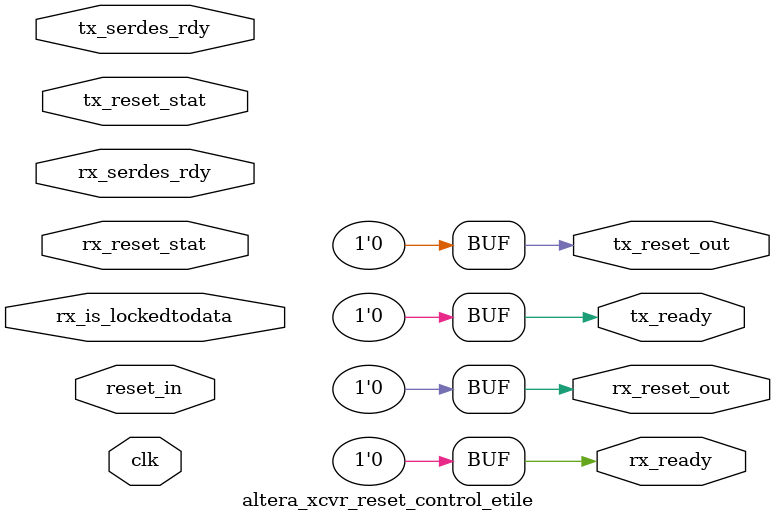
<source format=sv>




`timescale 1ns / 1ns
//`timescale 1ps / 1ps


module  altera_xcvr_reset_control_etile
#(
    // General Options
    parameter NUM_CHANNELS           = 1,		// Number of CHANNELS
    parameter SYS_CLK_IN_MHZ         = 250,		// Clock frequency in MHz. Required for reset timers
    parameter REDUCED_SIM_TIME       = 1,		// (0,1) 1=Reduced reset timings for simulation
    parameter ENABLE_IND_CHANNEL     = 0,		// (0,1) 1=Enable independent Channel resets.
    parameter ENABLE_SEQ             = 0,		// (0,1) 0=TX and RX resets are independent of each other
							//       1=Enable sequencing of TX and RX resets (TX gates RX) (Need to set to 1 for RSFEC Mode)


    // TX options
    parameter TX_ENABLE              = 0,    // (0,1) Enable TX resets
    parameter T_TX_RESET             = 20,   // tx_reset period

    // RX options
    parameter RX_ENABLE              = 0,    // (0,1) Enable RX resets
    parameter T_RX_LOCKTODATA        = 180000,   // rx_analogreset period
    parameter T_RX_RESET             = 4000 // rx_reset period

) (
  // User inputs and outputs
  input   wire    clk  ,  // System clock

  //User reset control inputs (must by synchronous with clock)
  input   wire  [NUM_CHANNELS-1:0]  reset_in, // reset request for from User

  // TX control inputs
  input   wire  [NUM_CHANNELS-1:0]  tx_serdes_rdy,        // TX SERDES calibration status (from PHY/Reconfig)

  // RX control inputs
  input   wire  [NUM_CHANNELS-1:0]  rx_is_lockedtodata, // RX CDR PLL locked-to-data status (from PHY)
  input   wire  [NUM_CHANNELS-1:0]  rx_serdes_rdy,      // RX channel calibration status (from PHY/Reconfig)

  // Status input
  input   wire  [NUM_CHANNELS-1:0]  tx_reset_stat,  // TX reset status (from Local Sequencer)
  input   wire  [NUM_CHANNELS-1:0]  rx_reset_stat,  // RX reset status (from Local Sequencer)


  // Reset signals
  output  wire  [NUM_CHANNELS-1:0]  tx_reset_out,    // reset TX (to PHY)
  output  wire  [NUM_CHANNELS-1:0]  rx_reset_out,    // reset RX (to PHY)

  // Status output
  output  wire  [NUM_CHANNELS-1:0]  tx_ready,           // TX is not in reset
  output  wire  [NUM_CHANNELS-1:0]  rx_ready            // RX is not in reset

);

// Faster reset time for simulation if indicated
localparam  SYNTH_CLK_IN_HZ = SYS_CLK_IN_MHZ * 1000000;
localparam  SIM_CLK_IN_HZ = (REDUCED_SIM_TIME == 1)
                            ? 2 * 1000000 : SYNTH_CLK_IN_HZ;
`ifdef ALTERA_RESERVED_QIS
  localparam  SYS_CLK_IN_HZ = SYNTH_CLK_IN_HZ;
`else
  localparam  SYS_CLK_IN_HZ = SIM_CLK_IN_HZ;
`endif


wire [NUM_CHANNELS-1:0]  reset_sync;         // Synchronized reset input

genvar ig;


//**************************************************************************
//************************ Synchronize Reset Input *************************

generate
  for (ig=0;ig<NUM_CHANNELS;ig=ig+1) begin : g_reset_sync
      alt_xcvr_resync_etile #(
        .SYNC_CHAIN_LENGTH(2),  // Number of flip-flops for retiming
        .WIDTH            (1),  // Number of bits to resync
        .INIT_VALUE       (1'b1)
      ) alt_xcvr_resync_reset_1 (
        .clk    (clk        ),
        .reset  (reset_in[ig]   ),
        .d      (1'b0       ),
        .q      (reset_sync[ig] )
      );
   end
endgenerate

//************************End Synchronize Reset Input **********************
//**************************************************************************


//***************************************************************************
//***************************** TX Reset Logic ******************************

// Local wire needed for the case where TX reset must be deasserted complete before RX reset is deasserted
// Synchronized signals
wire [NUM_CHANNELS-1:0] tx_reset_stat_assert_sync;   // tx_reset_stat after synchronization (used for assertion)
wire [NUM_CHANNELS-1:0] tx_reset_stat_deassert_sync; // tx_reset_stat after synchronization (used for deassertion)
wire [NUM_CHANNELS-1:0] tx_reset_int;
wire [NUM_CHANNELS-1:0] stat_tx_reset;

generate if(TX_ENABLE) begin: g_tx

  for (ig=0;ig<NUM_CHANNELS;ig=ig+1) begin : g_tx
    if(ig == 0 || ENABLE_IND_CHANNEL == 1) begin : g_tx

      wire  lcl_tx_serdes_rdy;                 // tx_serdes_rdy for this channel
      wire  lcl_tx_reset_stat_assert;          // tx_reset_stat used for assertion
      wire  lcl_tx_reset_stat_deassert;        // tx_reset_stat used for deassertion


      // Control signal for this channel. With separate reset control per channel, each channel
      // listens to its own control signal. Otherwise the control signals for all channels are
      // combined for the shared reset control.
      assign  lcl_tx_serdes_rdy                 = ENABLE_IND_CHANNEL ? tx_serdes_rdy[ig]  : &tx_serdes_rdy;
      assign  lcl_tx_reset                      = ENABLE_IND_CHANNEL ? reset_sync [ig]  : |reset_sync;
      assign  lcl_tx_reset_stat_assert          = ENABLE_IND_CHANNEL ? tx_reset_stat[ig] : &tx_reset_stat;
      assign  lcl_tx_reset_stat_deassert        = ENABLE_IND_CHANNEL ? tx_reset_stat[ig] : |tx_reset_stat;


      // Synchonize TX inputs
      wire tx_serdes_rdy_sync;                // tx_serdes_rdy after synchronization
      wire tx_reset_sync;

      alt_xcvr_resync_std #(
          .SYNC_CHAIN_LENGTH(2),  // Number of flip-flops for retiming
          .WIDTH      (3),
          .INIT_VALUE (0)
      ) resync_tx_cal_busy (
        .clk    (clk              ),
        .reset  (reset_sync[ig]   ),
//        .reset  (lcl_tx_reset   ),
        .d      ({lcl_tx_serdes_rdy, lcl_tx_reset_stat_assert, lcl_tx_reset_stat_deassert}),
        .q      ({tx_serdes_rdy_sync, tx_reset_stat_assert_sync[ig], tx_reset_stat_deassert_sync[ig]})
      );

      // tx_reset_out
      // Assert tx_reset_out while any of the following
      // 1 - tx_serdes_rdy is deasserted.
      // 2 - reset input (asynchronous) is asserted.
      // 3 - tx_reset_stat is deasserted and stat_tx_reset is asserted.
      alt_xcvr_reset_counter_s10_etile #(
          .CLKS_PER_SEC (SYS_CLK_IN_HZ    ), // Clock frequency in Hz
          .RESET_PER_NS (T_TX_RESET )  // Reset period in ns
      ) counter_tx_reset (
        .clk        (clk                     ),
        .async_req  (reset_sync[ig]          ),  // asynchronous reset request
        .sync_req   (~tx_serdes_rdy_sync|(~tx_reset_stat_assert_sync[ig]&stat_tx_reset[ig])),  // synchronous reset request
        .reset_or   (1'b0                    ),  // auxilliary reset override
        .reset      (tx_reset_out[ig]        ),  // synchronous reset out
        .reset_n    (/*unused*/              ),
        .reset_stat (stat_tx_reset[ig]       )
      );

      // tx_ready
      // Assert when tx_reset_out and tx_reset_stat deassert
      alt_xcvr_reset_counter_s10_etile #(
          .RESET_COUNT(3)
      ) counter_tx_ready (
        .clk        (clk                  ),
        .async_req  (reset_sync[ig]           ),  // asynchronous reset request
        .sync_req   (stat_tx_reset[ig] | tx_reset_stat_deassert_sync[ig]),  // synchronous reset request
        .reset_or   (1'b0                 ),  // auxilliary reset override
        .reset      (/*unused*/           ),  // synchronous reset out
        .reset_n    (tx_ready[ig]         ),
        .reset_stat (/*unused*/           )   // reset status
      );
    end else begin : g_fanout_tx
      assign  tx_reset_out    [ig]                   = tx_reset_out    [0];
      assign  tx_ready        [ig]                   = tx_ready        [0];
      assign  stat_tx_reset   [ig]                   = stat_tx_reset   [0];
      assign  tx_reset_stat_assert_sync[ig]               = tx_reset_stat_assert_sync[0];
      assign  tx_reset_stat_deassert_sync[ig]             = tx_reset_stat_deassert_sync[0];
    end
  end
end else begin : g_no_tx
  assign  tx_reset_out    = {NUM_CHANNELS{1'b0}};
  assign  tx_ready        = {NUM_CHANNELS{1'b0}};
end
endgenerate
//*************************** End TX Reset Logic ****************************
//***************************************************************************


//***************************************************************************
//***************************** RX Reset Logic ******************************
generate if (RX_ENABLE) begin : g_rx
  for (ig=0;ig<NUM_CHANNELS;ig=ig+1) begin : g_rx
    if(ig == 0 || ENABLE_IND_CHANNEL == 1) begin : g_rx
      wire  lcl_rx_serdes_rdy;                 // rx_serdes_rdy for this channel
      wire  lcl_rx_is_lockedtodata;            // rx_is_lockedtodata for this channel
      wire  lcl_rx_reset_stat_assert;          // rx_reset_stat used for assertion
      wire  lcl_rx_reset_stat_deassert;        // rx_reset_stat used for deassertion

      // Synchronized signals
      wire  rx_serdes_rdy_sync;                 // rx_serdes_rdy after synchronization
      wire  rx_reset_stat_assert_sync;          // rx_reset_stat after synchronization (used for assertion)
      wire  rx_reset_stat_deassert_sync;        // rx_reset_stat after synchronization (used for deassertion)

      // Reset status signals
      wire  stat_rx_reset;
      wire [NUM_CHANNELS-1:0] rx_reset_int;

      // Control signal for this channel. With separate reset control per channel, each channel
      // listens to its own control signal. Otherwise the control signals for all channels are
      // combined for the shared reset control.
      assign  lcl_rx_serdes_rdy                 = ENABLE_IND_CHANNEL  ? rx_serdes_rdy      [ig]  : &rx_serdes_rdy;
      assign  lcl_rx_is_lockedtodata            = ENABLE_IND_CHANNEL  ? rx_is_lockedtodata [ig]  : &rx_is_lockedtodata;
      assign  lcl_rx_reset_stat_assert          = ENABLE_IND_CHANNEL  ? rx_reset_stat[ig] : &rx_reset_stat;
      assign  lcl_rx_reset_stat_deassert        = ENABLE_IND_CHANNEL  ? rx_reset_stat[ig] : | rx_reset_stat;

      // Synchonize RX inputs
      alt_xcvr_resync_std #(
          .SYNC_CHAIN_LENGTH(2),  // Number of flip-flops for retiming
          .WIDTH            (4),
          .INIT_VALUE       (4'b0000)
      ) resync_rx_cal_busy (
        .clk    (clk              ),
        .reset  (reset_sync[ig]       ),
        .d      ({lcl_rx_serdes_rdy , lcl_rx_is_lockedtodata, lcl_rx_reset_stat_assert , lcl_rx_reset_stat_deassert }),
        .q      ({rx_serdes_rdy_sync, rx_is_lockedtodata_sync, rx_reset_stat_assert_sync, rx_reset_stat_deassert_sync})
      );

      // Assert after soft IP filter time(180us) when rx_is_lockedtodata assert
      alt_xcvr_reset_counter_s10_etile #(
          .CLKS_PER_SEC (SYS_CLK_IN_HZ    ), // Clock frequency in Hz
          .RESET_PER_NS (T_RX_LOCKTODATA  ), // Delay hold period in ns
          .ACTIVE_LEVEL (0)
      ) counter_locktodata_sync (
        .clk        (clk                  ),
        .async_req  (reset_sync[ig]       ),  // asynchronous reset request
        .sync_req   (~rx_is_lockedtodata_sync),  // asynchronous reset request
        .reset_or   (1'b0                 ),  // auxilliary reset override
        .reset      (rx_is_lockedtodata_delay),  // synchronous reset out
        .reset_n    (/*unused*/           ),
        .reset_stat (/*unused*/           )   // reset status
      );

      // rx_reset_out
      // Assert rx_reset_out while any of the following:
      // 1 - rx_serdes_rdy is low.
      // 2 - rx_reset input (asynchronous) is asserted.
      // 3 - rx_reset_stat is deasserted and stat_rx_reset is asserted.
      // 4 - RX is not locked to data
      //        (meaning user wants us to respond to loss of RX data lock)
      // 5 - ENABLE_SEQ: stat_tx_reset or tx_reset_stat are asserted
      if (TX_ENABLE && ENABLE_SEQ)
        alt_xcvr_reset_counter_s10_etile #(
            .CLKS_PER_SEC (SYS_CLK_IN_HZ    ), // Clock frequency in Hz
            .RESET_PER_NS (T_RX_RESET )  // Reset period in ns
        ) counter_rx_reset (
          .clk        (clk                    ),
          .async_req  (reset_sync[ig]             ),  // asynchronous reset request
          .sync_req   (~rx_serdes_rdy_sync|~rx_is_lockedtodata_delay|(~rx_reset_stat_assert_sync&stat_rx_reset)|tx_reset_stat_deassert_sync[ig]|stat_tx_reset[ig]),  // synchronous reset request
          .reset_or   (1'b0          ),  // auxil0iary reset override
          .reset      (rx_reset_out[ig]    ),  // synchronous reset out
          .reset_n    (/*unused*/             ),
          .reset_stat (stat_rx_reset   )
        );
      else
        alt_xcvr_reset_counter_s10_etile #(
            .CLKS_PER_SEC (SYS_CLK_IN_HZ    ), // Clock frequency in Hz
            .RESET_PER_NS (T_RX_RESET )  // Reset period in ns
        ) counter_rx_reset (
          .clk        (clk                    ),
          .async_req  (reset_sync[ig]             ),  // asynchronous reset request
          .sync_req   (~rx_serdes_rdy_sync|~rx_is_lockedtodata_delay|(~rx_reset_stat_assert_sync&stat_rx_reset)),  // synchronous reset request
          .reset_or   (1'b0          ),  // auxilliary reset override
          .reset      (rx_reset_out[ig]    ),  // synchronous reset out
          .reset_n    (/*unused*/             ),
          .reset_stat (stat_rx_reset   )
        );

      // rx_ready
      alt_xcvr_reset_counter_s10_etile #(
          .RESET_COUNT(3)
      ) counter_rx_ready (
        .clk        (clk                  ),
        .async_req  (reset_sync[ig]       ),  // asynchronous reset request
        .sync_req   (stat_rx_reset | rx_reset_stat_deassert_sync),  // synchronous reset request
        .reset_or   (1'b0                 ),  // auxilliary reset override
        .reset      (/*unused*/           ),  // synchronous reset out
        .reset_n    (rx_ready[ig]         ),
        .reset_stat (/*unused*/           )
      );

    end else begin : g_fanout_rx
      assign  rx_reset_out [ig]  = rx_reset_out [0];
      assign  rx_ready     [ig]  = rx_ready     [0];
    end
  end
end else begin : g_no_rx
  assign  rx_reset_out        = {NUM_CHANNELS{1'b0}};
  assign  rx_ready        = {NUM_CHANNELS{1'b0}};
end
endgenerate
//*************************** End RX Reset Logic ****************************
//***************************************************************************

endmodule

</source>
